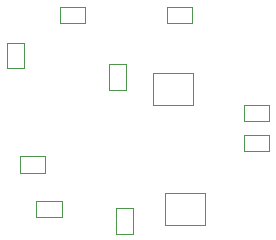
<source format=gbr>
G04 Layer_Color=16711935*
%FSLAX26Y26*%
%MOIN*%
%TF.FileFunction,Other,Mechanical_13*%
%TF.Part,Single*%
G01*
G75*
%TA.AperFunction,NonConductor*%
%ADD38C,0.003937*%
D38*
X323559Y899677D02*
Y984323D01*
X268441Y899677D02*
Y984323D01*
X323559D01*
X268441Y899677D02*
X323559D01*
X444047Y1104559D02*
X528693D01*
X444047Y1049441D02*
X528693D01*
X444047D02*
Y1104559D01*
X528693Y1049441D02*
Y1104559D01*
X800047D02*
X884693D01*
X800047Y1049441D02*
X884693D01*
X800047D02*
Y1104559D01*
X884693Y1049441D02*
Y1104559D01*
X1057307Y622559D02*
X1141953D01*
X1057307Y677677D02*
X1141953D01*
Y622559D02*
Y677677D01*
X1057307Y622559D02*
Y677677D01*
X364921Y456559D02*
X449567D01*
X364921Y401441D02*
X449567D01*
X364921D02*
Y456559D01*
X449567Y401441D02*
Y456559D01*
X309992Y605559D02*
X394638D01*
X309992Y550441D02*
X394638D01*
X309992D02*
Y605559D01*
X394638Y550441D02*
Y605559D01*
X686929Y347307D02*
Y431953D01*
X631811Y347307D02*
Y431953D01*
X686929D01*
X631811Y347307D02*
X686929D01*
X608811Y827622D02*
Y912268D01*
X663929Y827622D02*
Y912268D01*
X608811Y827622D02*
X663929D01*
X608811Y912268D02*
X663929D01*
X1057307Y722559D02*
X1141953D01*
X1057307Y777677D02*
X1141953D01*
Y722559D02*
Y777677D01*
X1057307Y722559D02*
Y777677D01*
X927299Y375850D02*
Y482149D01*
X793441Y375850D02*
Y482149D01*
Y375850D02*
X927299D01*
X793441Y482149D02*
X927299D01*
X886929Y776850D02*
Y883149D01*
X753071Y776850D02*
Y883149D01*
Y776850D02*
X886929D01*
X753071Y883149D02*
X886929D01*
%TF.MD5,a45e7359d190999f5a72ec9f48cfbf06*%
M02*

</source>
